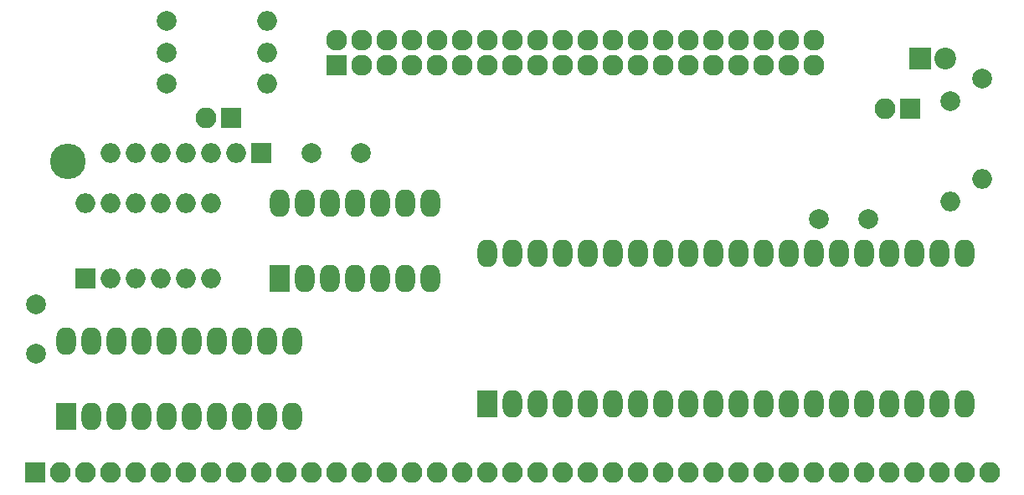
<source format=gts>
G04 #@! TF.FileFunction,Soldermask,Top*
%FSLAX46Y46*%
G04 Gerber Fmt 4.6, Leading zero omitted, Abs format (unit mm)*
G04 Created by KiCad (PCBNEW 4.0.5) date 09/23/17 21:45:55*
%MOMM*%
%LPD*%
G01*
G04 APERTURE LIST*
%ADD10C,0.100000*%
%ADD11R,2.000000X2.800000*%
%ADD12O,2.000000X2.800000*%
%ADD13R,2.000000X2.000000*%
%ADD14O,2.000000X2.000000*%
%ADD15C,3.600000*%
%ADD16C,2.000000*%
%ADD17R,2.200000X2.200000*%
%ADD18C,2.200000*%
%ADD19R,2.100000X2.100000*%
%ADD20O,2.100000X2.100000*%
%ADD21R,2.127200X2.127200*%
%ADD22O,2.127200X2.127200*%
G04 APERTURE END LIST*
D10*
D11*
X201295000Y-144780000D03*
D12*
X249555000Y-129540000D03*
X203835000Y-144780000D03*
X247015000Y-129540000D03*
X206375000Y-144780000D03*
X244475000Y-129540000D03*
X208915000Y-144780000D03*
X241935000Y-129540000D03*
X211455000Y-144780000D03*
X239395000Y-129540000D03*
X213995000Y-144780000D03*
X236855000Y-129540000D03*
X216535000Y-144780000D03*
X234315000Y-129540000D03*
X219075000Y-144780000D03*
X231775000Y-129540000D03*
X221615000Y-144780000D03*
X229235000Y-129540000D03*
X224155000Y-144780000D03*
X226695000Y-129540000D03*
X226695000Y-144780000D03*
X224155000Y-129540000D03*
X229235000Y-144780000D03*
X221615000Y-129540000D03*
X231775000Y-144780000D03*
X219075000Y-129540000D03*
X234315000Y-144780000D03*
X216535000Y-129540000D03*
X236855000Y-144780000D03*
X213995000Y-129540000D03*
X239395000Y-144780000D03*
X211455000Y-129540000D03*
X241935000Y-144780000D03*
X208915000Y-129540000D03*
X244475000Y-144780000D03*
X206375000Y-129540000D03*
X247015000Y-144780000D03*
X203835000Y-129540000D03*
X249555000Y-144780000D03*
X201295000Y-129540000D03*
D13*
X160655000Y-132080000D03*
D14*
X173355000Y-124460000D03*
X163195000Y-132080000D03*
X170815000Y-124460000D03*
X165735000Y-132080000D03*
X168275000Y-124460000D03*
X168275000Y-132080000D03*
X165735000Y-124460000D03*
X170815000Y-132080000D03*
X163195000Y-124460000D03*
X173355000Y-132080000D03*
X160655000Y-124460000D03*
D15*
X158927800Y-120243600D03*
D16*
X155702000Y-139700000D03*
X155702000Y-134700000D03*
X183515000Y-119380000D03*
X188515000Y-119380000D03*
X234823000Y-126111000D03*
X239823000Y-126111000D03*
D17*
X245110000Y-109855000D03*
D18*
X247650000Y-109855000D03*
D19*
X155575000Y-151765000D03*
D20*
X158115000Y-151765000D03*
X160655000Y-151765000D03*
X163195000Y-151765000D03*
X165735000Y-151765000D03*
X168275000Y-151765000D03*
X170815000Y-151765000D03*
X173355000Y-151765000D03*
X175895000Y-151765000D03*
X178435000Y-151765000D03*
X180975000Y-151765000D03*
X183515000Y-151765000D03*
X186055000Y-151765000D03*
X188595000Y-151765000D03*
X191135000Y-151765000D03*
X193675000Y-151765000D03*
X196215000Y-151765000D03*
X198755000Y-151765000D03*
X201295000Y-151765000D03*
X203835000Y-151765000D03*
X206375000Y-151765000D03*
X208915000Y-151765000D03*
X211455000Y-151765000D03*
X213995000Y-151765000D03*
X216535000Y-151765000D03*
X219075000Y-151765000D03*
X221615000Y-151765000D03*
X224155000Y-151765000D03*
X226695000Y-151765000D03*
X229235000Y-151765000D03*
X231775000Y-151765000D03*
X234315000Y-151765000D03*
X236855000Y-151765000D03*
X239395000Y-151765000D03*
X241935000Y-151765000D03*
X244475000Y-151765000D03*
X247015000Y-151765000D03*
X249555000Y-151765000D03*
X252095000Y-151765000D03*
D21*
X186055000Y-110490000D03*
D22*
X186055000Y-107950000D03*
X188595000Y-110490000D03*
X188595000Y-107950000D03*
X191135000Y-110490000D03*
X191135000Y-107950000D03*
X193675000Y-110490000D03*
X193675000Y-107950000D03*
X196215000Y-110490000D03*
X196215000Y-107950000D03*
X198755000Y-110490000D03*
X198755000Y-107950000D03*
X201295000Y-110490000D03*
X201295000Y-107950000D03*
X203835000Y-110490000D03*
X203835000Y-107950000D03*
X206375000Y-110490000D03*
X206375000Y-107950000D03*
X208915000Y-110490000D03*
X208915000Y-107950000D03*
X211455000Y-110490000D03*
X211455000Y-107950000D03*
X213995000Y-110490000D03*
X213995000Y-107950000D03*
X216535000Y-110490000D03*
X216535000Y-107950000D03*
X219075000Y-110490000D03*
X219075000Y-107950000D03*
X221615000Y-110490000D03*
X221615000Y-107950000D03*
X224155000Y-110490000D03*
X224155000Y-107950000D03*
X226695000Y-110490000D03*
X226695000Y-107950000D03*
X229235000Y-110490000D03*
X229235000Y-107950000D03*
X231775000Y-110490000D03*
X231775000Y-107950000D03*
X234315000Y-110490000D03*
X234315000Y-107950000D03*
D16*
X251333000Y-111887000D03*
D14*
X251333000Y-122047000D03*
D16*
X248158000Y-114173000D03*
D14*
X248158000Y-124333000D03*
D16*
X168910000Y-109220000D03*
D14*
X179070000Y-109220000D03*
D16*
X168910000Y-106045000D03*
D14*
X179070000Y-106045000D03*
D13*
X178435000Y-119380000D03*
D14*
X175895000Y-119380000D03*
X173355000Y-119380000D03*
X170815000Y-119380000D03*
X168275000Y-119380000D03*
X165735000Y-119380000D03*
X163195000Y-119380000D03*
D11*
X158750000Y-146050000D03*
D12*
X181610000Y-138430000D03*
X161290000Y-146050000D03*
X179070000Y-138430000D03*
X163830000Y-146050000D03*
X176530000Y-138430000D03*
X166370000Y-146050000D03*
X173990000Y-138430000D03*
X168910000Y-146050000D03*
X171450000Y-138430000D03*
X171450000Y-146050000D03*
X168910000Y-138430000D03*
X173990000Y-146050000D03*
X166370000Y-138430000D03*
X176530000Y-146050000D03*
X163830000Y-138430000D03*
X179070000Y-146050000D03*
X161290000Y-138430000D03*
X181610000Y-146050000D03*
X158750000Y-138430000D03*
D11*
X180340000Y-132080000D03*
D12*
X195580000Y-124460000D03*
X182880000Y-132080000D03*
X193040000Y-124460000D03*
X185420000Y-132080000D03*
X190500000Y-124460000D03*
X187960000Y-132080000D03*
X187960000Y-124460000D03*
X190500000Y-132080000D03*
X185420000Y-124460000D03*
X193040000Y-132080000D03*
X182880000Y-124460000D03*
X195580000Y-132080000D03*
X180340000Y-124460000D03*
D19*
X175387000Y-115824000D03*
D20*
X172847000Y-115824000D03*
D19*
X244094000Y-114935000D03*
D20*
X241554000Y-114935000D03*
D16*
X168910000Y-112395000D03*
D14*
X179070000Y-112395000D03*
M02*

</source>
